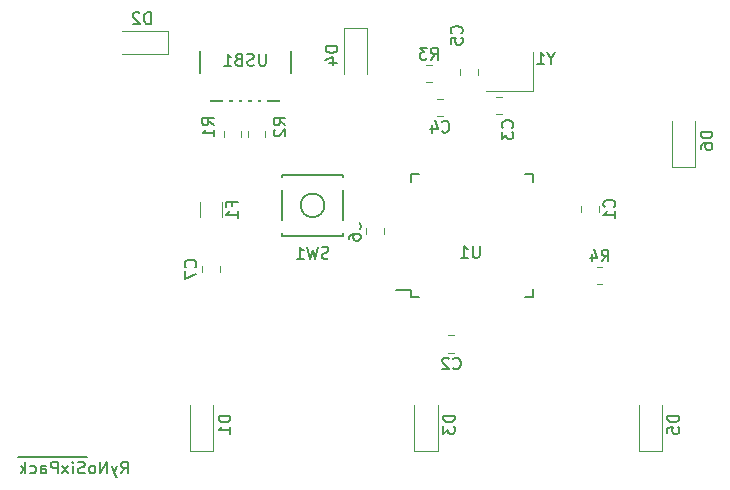
<source format=gbo>
G04 #@! TF.GenerationSoftware,KiCad,Pcbnew,5.1.12-84ad8e8a86~92~ubuntu18.04.1*
G04 #@! TF.CreationDate,2021-11-24T18:10:13-06:00*
G04 #@! TF.ProjectId,sixpack,73697870-6163-46b2-9e6b-696361645f70,rev?*
G04 #@! TF.SameCoordinates,Original*
G04 #@! TF.FileFunction,Legend,Bot*
G04 #@! TF.FilePolarity,Positive*
%FSLAX46Y46*%
G04 Gerber Fmt 4.6, Leading zero omitted, Abs format (unit mm)*
G04 Created by KiCad (PCBNEW 5.1.12-84ad8e8a86~92~ubuntu18.04.1) date 2021-11-24 18:10:13*
%MOMM*%
%LPD*%
G01*
G04 APERTURE LIST*
%ADD10C,0.150000*%
%ADD11C,0.120000*%
%ADD12C,1.750000*%
%ADD13C,2.250000*%
%ADD14C,3.987800*%
%ADD15R,1.400000X1.200000*%
%ADD16O,1.700000X2.700000*%
%ADD17R,0.500000X2.250000*%
%ADD18R,0.550000X1.500000*%
%ADD19R,1.500000X0.550000*%
%ADD20R,1.800000X1.100000*%
%ADD21R,1.200000X0.900000*%
%ADD22R,0.900000X1.200000*%
G04 APERTURE END LIST*
D10*
X82202380Y-87152380D02*
X82535714Y-86676190D01*
X82773809Y-87152380D02*
X82773809Y-86152380D01*
X82392857Y-86152380D01*
X82297619Y-86200000D01*
X82250000Y-86247619D01*
X82202380Y-86342857D01*
X82202380Y-86485714D01*
X82250000Y-86580952D01*
X82297619Y-86628571D01*
X82392857Y-86676190D01*
X82773809Y-86676190D01*
X81869047Y-86485714D02*
X81630952Y-87152380D01*
X81392857Y-86485714D02*
X81630952Y-87152380D01*
X81726190Y-87390476D01*
X81773809Y-87438095D01*
X81869047Y-87485714D01*
X81011904Y-87152380D02*
X81011904Y-86152380D01*
X80440476Y-87152380D01*
X80440476Y-86152380D01*
X79821428Y-87152380D02*
X79916666Y-87104761D01*
X79964285Y-87057142D01*
X80011904Y-86961904D01*
X80011904Y-86676190D01*
X79964285Y-86580952D01*
X79916666Y-86533333D01*
X79821428Y-86485714D01*
X79678571Y-86485714D01*
X79583333Y-86533333D01*
X79535714Y-86580952D01*
X79488095Y-86676190D01*
X79488095Y-86961904D01*
X79535714Y-87057142D01*
X79583333Y-87104761D01*
X79678571Y-87152380D01*
X79821428Y-87152380D01*
X79297619Y-85785000D02*
X78345238Y-85785000D01*
X79107142Y-87104761D02*
X78964285Y-87152380D01*
X78726190Y-87152380D01*
X78630952Y-87104761D01*
X78583333Y-87057142D01*
X78535714Y-86961904D01*
X78535714Y-86866666D01*
X78583333Y-86771428D01*
X78630952Y-86723809D01*
X78726190Y-86676190D01*
X78916666Y-86628571D01*
X79011904Y-86580952D01*
X79059523Y-86533333D01*
X79107142Y-86438095D01*
X79107142Y-86342857D01*
X79059523Y-86247619D01*
X79011904Y-86200000D01*
X78916666Y-86152380D01*
X78678571Y-86152380D01*
X78535714Y-86200000D01*
X78345238Y-85785000D02*
X77869047Y-85785000D01*
X78107142Y-87152380D02*
X78107142Y-86485714D01*
X78107142Y-86152380D02*
X78154761Y-86200000D01*
X78107142Y-86247619D01*
X78059523Y-86200000D01*
X78107142Y-86152380D01*
X78107142Y-86247619D01*
X77869047Y-85785000D02*
X77059523Y-85785000D01*
X77726190Y-87152380D02*
X77202380Y-86485714D01*
X77726190Y-86485714D02*
X77202380Y-87152380D01*
X77059523Y-85785000D02*
X76059523Y-85785000D01*
X76821428Y-87152380D02*
X76821428Y-86152380D01*
X76440476Y-86152380D01*
X76345238Y-86200000D01*
X76297619Y-86247619D01*
X76250000Y-86342857D01*
X76250000Y-86485714D01*
X76297619Y-86580952D01*
X76345238Y-86628571D01*
X76440476Y-86676190D01*
X76821428Y-86676190D01*
X76059523Y-85785000D02*
X75154761Y-85785000D01*
X75392857Y-87152380D02*
X75392857Y-86628571D01*
X75440476Y-86533333D01*
X75535714Y-86485714D01*
X75726190Y-86485714D01*
X75821428Y-86533333D01*
X75392857Y-87104761D02*
X75488095Y-87152380D01*
X75726190Y-87152380D01*
X75821428Y-87104761D01*
X75869047Y-87009523D01*
X75869047Y-86914285D01*
X75821428Y-86819047D01*
X75726190Y-86771428D01*
X75488095Y-86771428D01*
X75392857Y-86723809D01*
X75154761Y-85785000D02*
X74297619Y-85785000D01*
X74488095Y-87104761D02*
X74583333Y-87152380D01*
X74773809Y-87152380D01*
X74869047Y-87104761D01*
X74916666Y-87057142D01*
X74964285Y-86961904D01*
X74964285Y-86676190D01*
X74916666Y-86580952D01*
X74869047Y-86533333D01*
X74773809Y-86485714D01*
X74583333Y-86485714D01*
X74488095Y-86533333D01*
X74297619Y-85785000D02*
X73488095Y-85785000D01*
X74059523Y-87152380D02*
X74059523Y-86152380D01*
X73964285Y-86771428D02*
X73678571Y-87152380D01*
X73678571Y-86485714D02*
X74059523Y-86866666D01*
D11*
G04 #@! TO.C,Y1*
X117100000Y-54800000D02*
X113100000Y-54800000D01*
X117100000Y-51500000D02*
X117100000Y-54800000D01*
D10*
G04 #@! TO.C,USB1*
X88860000Y-50140000D02*
X88860000Y-55590000D01*
X96560000Y-50140000D02*
X96560000Y-55590000D01*
X88860000Y-55590000D02*
X96560000Y-55590000D01*
G04 #@! TO.C,U1*
X106753000Y-71600000D02*
X105478000Y-71600000D01*
X117103000Y-72175000D02*
X116428000Y-72175000D01*
X117103000Y-61825000D02*
X116428000Y-61825000D01*
X106753000Y-61825000D02*
X107428000Y-61825000D01*
X106753000Y-72175000D02*
X107428000Y-72175000D01*
X106753000Y-61825000D02*
X106753000Y-62500000D01*
X117103000Y-61825000D02*
X117103000Y-62500000D01*
X117103000Y-72175000D02*
X117103000Y-71500000D01*
X106753000Y-72175000D02*
X106753000Y-71600000D01*
G04 #@! TO.C,SW1*
X101000000Y-61850000D02*
X95800000Y-61850000D01*
X95800000Y-61850000D02*
X95800000Y-67050000D01*
X95800000Y-67050000D02*
X101000000Y-67050000D01*
X101000000Y-67050000D02*
X101000000Y-61850000D01*
X99400000Y-64450000D02*
G75*
G03*
X99400000Y-64450000I-1000000J0D01*
G01*
D11*
G04 #@! TO.C,R4*
X122939564Y-71135000D02*
X122485436Y-71135000D01*
X122939564Y-69665000D02*
X122485436Y-69665000D01*
G04 #@! TO.C,R3*
X108477064Y-54035000D02*
X108022936Y-54035000D01*
X108477064Y-52565000D02*
X108022936Y-52565000D01*
G04 #@! TO.C,R2*
X92915000Y-58639564D02*
X92915000Y-58185436D01*
X94385000Y-58639564D02*
X94385000Y-58185436D01*
G04 #@! TO.C,R1*
X90865000Y-58639564D02*
X90865000Y-58185436D01*
X92335000Y-58639564D02*
X92335000Y-58185436D01*
G04 #@! TO.C,F1*
X88890000Y-65402064D02*
X88890000Y-64197936D01*
X90710000Y-65402064D02*
X90710000Y-64197936D01*
G04 #@! TO.C,D6*
X130800000Y-61200000D02*
X130800000Y-57300000D01*
X128800000Y-61200000D02*
X128800000Y-57300000D01*
X130800000Y-61200000D02*
X128800000Y-61200000D01*
G04 #@! TO.C,D5*
X128000000Y-85250000D02*
X128000000Y-81350000D01*
X126000000Y-85250000D02*
X126000000Y-81350000D01*
X128000000Y-85250000D02*
X126000000Y-85250000D01*
G04 #@! TO.C,D4*
X101050000Y-49450000D02*
X101050000Y-53350000D01*
X103050000Y-49450000D02*
X103050000Y-53350000D01*
X101050000Y-49450000D02*
X103050000Y-49450000D01*
G04 #@! TO.C,D3*
X109000000Y-85250000D02*
X109000000Y-81350000D01*
X107000000Y-85250000D02*
X107000000Y-81350000D01*
X109000000Y-85250000D02*
X107000000Y-85250000D01*
G04 #@! TO.C,D2*
X86200000Y-49650000D02*
X82300000Y-49650000D01*
X86200000Y-51650000D02*
X82300000Y-51650000D01*
X86200000Y-49650000D02*
X86200000Y-51650000D01*
G04 #@! TO.C,D1*
X90000000Y-85250000D02*
X90000000Y-81350000D01*
X88000000Y-85250000D02*
X88000000Y-81350000D01*
X90000000Y-85250000D02*
X88000000Y-85250000D01*
G04 #@! TO.C,C7*
X90535000Y-69588748D02*
X90535000Y-70111252D01*
X89065000Y-69588748D02*
X89065000Y-70111252D01*
G04 #@! TO.C,C6*
X104435000Y-66388748D02*
X104435000Y-66911252D01*
X102965000Y-66388748D02*
X102965000Y-66911252D01*
G04 #@! TO.C,C5*
X110915000Y-53411252D02*
X110915000Y-52888748D01*
X112385000Y-53411252D02*
X112385000Y-52888748D01*
G04 #@! TO.C,C4*
X108938748Y-55415000D02*
X109461252Y-55415000D01*
X108938748Y-56885000D02*
X109461252Y-56885000D01*
G04 #@! TO.C,C3*
X114461252Y-56735000D02*
X113938748Y-56735000D01*
X114461252Y-55265000D02*
X113938748Y-55265000D01*
G04 #@! TO.C,C2*
X109888748Y-75465000D02*
X110411252Y-75465000D01*
X109888748Y-76935000D02*
X110411252Y-76935000D01*
G04 #@! TO.C,C1*
X121165000Y-65011252D02*
X121165000Y-64488748D01*
X122635000Y-65011252D02*
X122635000Y-64488748D01*
G04 #@! TO.C,Y1*
D10*
X118626190Y-52026190D02*
X118626190Y-52502380D01*
X118959523Y-51502380D02*
X118626190Y-52026190D01*
X118292857Y-51502380D01*
X117435714Y-52502380D02*
X118007142Y-52502380D01*
X117721428Y-52502380D02*
X117721428Y-51502380D01*
X117816666Y-51645238D01*
X117911904Y-51740476D01*
X118007142Y-51788095D01*
G04 #@! TO.C,USB1*
X94448095Y-51624380D02*
X94448095Y-52433904D01*
X94400476Y-52529142D01*
X94352857Y-52576761D01*
X94257619Y-52624380D01*
X94067142Y-52624380D01*
X93971904Y-52576761D01*
X93924285Y-52529142D01*
X93876666Y-52433904D01*
X93876666Y-51624380D01*
X93448095Y-52576761D02*
X93305238Y-52624380D01*
X93067142Y-52624380D01*
X92971904Y-52576761D01*
X92924285Y-52529142D01*
X92876666Y-52433904D01*
X92876666Y-52338666D01*
X92924285Y-52243428D01*
X92971904Y-52195809D01*
X93067142Y-52148190D01*
X93257619Y-52100571D01*
X93352857Y-52052952D01*
X93400476Y-52005333D01*
X93448095Y-51910095D01*
X93448095Y-51814857D01*
X93400476Y-51719619D01*
X93352857Y-51672000D01*
X93257619Y-51624380D01*
X93019523Y-51624380D01*
X92876666Y-51672000D01*
X92114761Y-52100571D02*
X91971904Y-52148190D01*
X91924285Y-52195809D01*
X91876666Y-52291047D01*
X91876666Y-52433904D01*
X91924285Y-52529142D01*
X91971904Y-52576761D01*
X92067142Y-52624380D01*
X92448095Y-52624380D01*
X92448095Y-51624380D01*
X92114761Y-51624380D01*
X92019523Y-51672000D01*
X91971904Y-51719619D01*
X91924285Y-51814857D01*
X91924285Y-51910095D01*
X91971904Y-52005333D01*
X92019523Y-52052952D01*
X92114761Y-52100571D01*
X92448095Y-52100571D01*
X90924285Y-52624380D02*
X91495714Y-52624380D01*
X91210000Y-52624380D02*
X91210000Y-51624380D01*
X91305238Y-51767238D01*
X91400476Y-51862476D01*
X91495714Y-51910095D01*
G04 #@! TO.C,U1*
X112549904Y-67880380D02*
X112549904Y-68689904D01*
X112502285Y-68785142D01*
X112454666Y-68832761D01*
X112359428Y-68880380D01*
X112168952Y-68880380D01*
X112073714Y-68832761D01*
X112026095Y-68785142D01*
X111978476Y-68689904D01*
X111978476Y-67880380D01*
X110978476Y-68880380D02*
X111549904Y-68880380D01*
X111264190Y-68880380D02*
X111264190Y-67880380D01*
X111359428Y-68023238D01*
X111454666Y-68118476D01*
X111549904Y-68166095D01*
G04 #@! TO.C,SW1*
X99733333Y-68918761D02*
X99590476Y-68966380D01*
X99352380Y-68966380D01*
X99257142Y-68918761D01*
X99209523Y-68871142D01*
X99161904Y-68775904D01*
X99161904Y-68680666D01*
X99209523Y-68585428D01*
X99257142Y-68537809D01*
X99352380Y-68490190D01*
X99542857Y-68442571D01*
X99638095Y-68394952D01*
X99685714Y-68347333D01*
X99733333Y-68252095D01*
X99733333Y-68156857D01*
X99685714Y-68061619D01*
X99638095Y-68014000D01*
X99542857Y-67966380D01*
X99304761Y-67966380D01*
X99161904Y-68014000D01*
X98828571Y-67966380D02*
X98590476Y-68966380D01*
X98400000Y-68252095D01*
X98209523Y-68966380D01*
X97971428Y-67966380D01*
X97066666Y-68966380D02*
X97638095Y-68966380D01*
X97352380Y-68966380D02*
X97352380Y-67966380D01*
X97447619Y-68109238D01*
X97542857Y-68204476D01*
X97638095Y-68252095D01*
G04 #@! TO.C,R4*
X122879166Y-69202380D02*
X123212500Y-68726190D01*
X123450595Y-69202380D02*
X123450595Y-68202380D01*
X123069642Y-68202380D01*
X122974404Y-68250000D01*
X122926785Y-68297619D01*
X122879166Y-68392857D01*
X122879166Y-68535714D01*
X122926785Y-68630952D01*
X122974404Y-68678571D01*
X123069642Y-68726190D01*
X123450595Y-68726190D01*
X122022023Y-68535714D02*
X122022023Y-69202380D01*
X122260119Y-68154761D02*
X122498214Y-68869047D01*
X121879166Y-68869047D01*
G04 #@! TO.C,R3*
X108416666Y-52102380D02*
X108750000Y-51626190D01*
X108988095Y-52102380D02*
X108988095Y-51102380D01*
X108607142Y-51102380D01*
X108511904Y-51150000D01*
X108464285Y-51197619D01*
X108416666Y-51292857D01*
X108416666Y-51435714D01*
X108464285Y-51530952D01*
X108511904Y-51578571D01*
X108607142Y-51626190D01*
X108988095Y-51626190D01*
X108083333Y-51102380D02*
X107464285Y-51102380D01*
X107797619Y-51483333D01*
X107654761Y-51483333D01*
X107559523Y-51530952D01*
X107511904Y-51578571D01*
X107464285Y-51673809D01*
X107464285Y-51911904D01*
X107511904Y-52007142D01*
X107559523Y-52054761D01*
X107654761Y-52102380D01*
X107940476Y-52102380D01*
X108035714Y-52054761D01*
X108083333Y-52007142D01*
G04 #@! TO.C,R2*
X96102380Y-57658333D02*
X95626190Y-57325000D01*
X96102380Y-57086904D02*
X95102380Y-57086904D01*
X95102380Y-57467857D01*
X95150000Y-57563095D01*
X95197619Y-57610714D01*
X95292857Y-57658333D01*
X95435714Y-57658333D01*
X95530952Y-57610714D01*
X95578571Y-57563095D01*
X95626190Y-57467857D01*
X95626190Y-57086904D01*
X95197619Y-58039285D02*
X95150000Y-58086904D01*
X95102380Y-58182142D01*
X95102380Y-58420238D01*
X95150000Y-58515476D01*
X95197619Y-58563095D01*
X95292857Y-58610714D01*
X95388095Y-58610714D01*
X95530952Y-58563095D01*
X96102380Y-57991666D01*
X96102380Y-58610714D01*
G04 #@! TO.C,R1*
X90052380Y-57658333D02*
X89576190Y-57325000D01*
X90052380Y-57086904D02*
X89052380Y-57086904D01*
X89052380Y-57467857D01*
X89100000Y-57563095D01*
X89147619Y-57610714D01*
X89242857Y-57658333D01*
X89385714Y-57658333D01*
X89480952Y-57610714D01*
X89528571Y-57563095D01*
X89576190Y-57467857D01*
X89576190Y-57086904D01*
X90052380Y-58610714D02*
X90052380Y-58039285D01*
X90052380Y-58325000D02*
X89052380Y-58325000D01*
X89195238Y-58229761D01*
X89290476Y-58134523D01*
X89338095Y-58039285D01*
G04 #@! TO.C,F1*
X91548571Y-64466666D02*
X91548571Y-64133333D01*
X92072380Y-64133333D02*
X91072380Y-64133333D01*
X91072380Y-64609523D01*
X92072380Y-65514285D02*
X92072380Y-64942857D01*
X92072380Y-65228571D02*
X91072380Y-65228571D01*
X91215238Y-65133333D01*
X91310476Y-65038095D01*
X91358095Y-64942857D01*
G04 #@! TO.C,D6*
X132252380Y-58211904D02*
X131252380Y-58211904D01*
X131252380Y-58450000D01*
X131300000Y-58592857D01*
X131395238Y-58688095D01*
X131490476Y-58735714D01*
X131680952Y-58783333D01*
X131823809Y-58783333D01*
X132014285Y-58735714D01*
X132109523Y-58688095D01*
X132204761Y-58592857D01*
X132252380Y-58450000D01*
X132252380Y-58211904D01*
X131252380Y-59640476D02*
X131252380Y-59450000D01*
X131300000Y-59354761D01*
X131347619Y-59307142D01*
X131490476Y-59211904D01*
X131680952Y-59164285D01*
X132061904Y-59164285D01*
X132157142Y-59211904D01*
X132204761Y-59259523D01*
X132252380Y-59354761D01*
X132252380Y-59545238D01*
X132204761Y-59640476D01*
X132157142Y-59688095D01*
X132061904Y-59735714D01*
X131823809Y-59735714D01*
X131728571Y-59688095D01*
X131680952Y-59640476D01*
X131633333Y-59545238D01*
X131633333Y-59354761D01*
X131680952Y-59259523D01*
X131728571Y-59211904D01*
X131823809Y-59164285D01*
G04 #@! TO.C,D5*
X129452380Y-82261904D02*
X128452380Y-82261904D01*
X128452380Y-82500000D01*
X128500000Y-82642857D01*
X128595238Y-82738095D01*
X128690476Y-82785714D01*
X128880952Y-82833333D01*
X129023809Y-82833333D01*
X129214285Y-82785714D01*
X129309523Y-82738095D01*
X129404761Y-82642857D01*
X129452380Y-82500000D01*
X129452380Y-82261904D01*
X128452380Y-83738095D02*
X128452380Y-83261904D01*
X128928571Y-83214285D01*
X128880952Y-83261904D01*
X128833333Y-83357142D01*
X128833333Y-83595238D01*
X128880952Y-83690476D01*
X128928571Y-83738095D01*
X129023809Y-83785714D01*
X129261904Y-83785714D01*
X129357142Y-83738095D01*
X129404761Y-83690476D01*
X129452380Y-83595238D01*
X129452380Y-83357142D01*
X129404761Y-83261904D01*
X129357142Y-83214285D01*
G04 #@! TO.C,D4*
X100502380Y-50961904D02*
X99502380Y-50961904D01*
X99502380Y-51200000D01*
X99550000Y-51342857D01*
X99645238Y-51438095D01*
X99740476Y-51485714D01*
X99930952Y-51533333D01*
X100073809Y-51533333D01*
X100264285Y-51485714D01*
X100359523Y-51438095D01*
X100454761Y-51342857D01*
X100502380Y-51200000D01*
X100502380Y-50961904D01*
X99835714Y-52390476D02*
X100502380Y-52390476D01*
X99454761Y-52152380D02*
X100169047Y-51914285D01*
X100169047Y-52533333D01*
G04 #@! TO.C,D3*
X110452380Y-82261904D02*
X109452380Y-82261904D01*
X109452380Y-82500000D01*
X109500000Y-82642857D01*
X109595238Y-82738095D01*
X109690476Y-82785714D01*
X109880952Y-82833333D01*
X110023809Y-82833333D01*
X110214285Y-82785714D01*
X110309523Y-82738095D01*
X110404761Y-82642857D01*
X110452380Y-82500000D01*
X110452380Y-82261904D01*
X109452380Y-83166666D02*
X109452380Y-83785714D01*
X109833333Y-83452380D01*
X109833333Y-83595238D01*
X109880952Y-83690476D01*
X109928571Y-83738095D01*
X110023809Y-83785714D01*
X110261904Y-83785714D01*
X110357142Y-83738095D01*
X110404761Y-83690476D01*
X110452380Y-83595238D01*
X110452380Y-83309523D01*
X110404761Y-83214285D01*
X110357142Y-83166666D01*
G04 #@! TO.C,D2*
X84688095Y-49102380D02*
X84688095Y-48102380D01*
X84450000Y-48102380D01*
X84307142Y-48150000D01*
X84211904Y-48245238D01*
X84164285Y-48340476D01*
X84116666Y-48530952D01*
X84116666Y-48673809D01*
X84164285Y-48864285D01*
X84211904Y-48959523D01*
X84307142Y-49054761D01*
X84450000Y-49102380D01*
X84688095Y-49102380D01*
X83735714Y-48197619D02*
X83688095Y-48150000D01*
X83592857Y-48102380D01*
X83354761Y-48102380D01*
X83259523Y-48150000D01*
X83211904Y-48197619D01*
X83164285Y-48292857D01*
X83164285Y-48388095D01*
X83211904Y-48530952D01*
X83783333Y-49102380D01*
X83164285Y-49102380D01*
G04 #@! TO.C,D1*
X91452380Y-82261904D02*
X90452380Y-82261904D01*
X90452380Y-82500000D01*
X90500000Y-82642857D01*
X90595238Y-82738095D01*
X90690476Y-82785714D01*
X90880952Y-82833333D01*
X91023809Y-82833333D01*
X91214285Y-82785714D01*
X91309523Y-82738095D01*
X91404761Y-82642857D01*
X91452380Y-82500000D01*
X91452380Y-82261904D01*
X91452380Y-83785714D02*
X91452380Y-83214285D01*
X91452380Y-83500000D02*
X90452380Y-83500000D01*
X90595238Y-83404761D01*
X90690476Y-83309523D01*
X90738095Y-83214285D01*
G04 #@! TO.C,C7*
X88477142Y-69683333D02*
X88524761Y-69635714D01*
X88572380Y-69492857D01*
X88572380Y-69397619D01*
X88524761Y-69254761D01*
X88429523Y-69159523D01*
X88334285Y-69111904D01*
X88143809Y-69064285D01*
X88000952Y-69064285D01*
X87810476Y-69111904D01*
X87715238Y-69159523D01*
X87620000Y-69254761D01*
X87572380Y-69397619D01*
X87572380Y-69492857D01*
X87620000Y-69635714D01*
X87667619Y-69683333D01*
X87572380Y-70016666D02*
X87572380Y-70683333D01*
X88572380Y-70254761D01*
G04 #@! TO.C,C6*
X102377142Y-66483333D02*
X102424761Y-66435714D01*
X102472380Y-66292857D01*
X102472380Y-66197619D01*
X102424761Y-66054761D01*
X102329523Y-65959523D01*
X102234285Y-65911904D01*
X102043809Y-65864285D01*
X101900952Y-65864285D01*
X101710476Y-65911904D01*
X101615238Y-65959523D01*
X101520000Y-66054761D01*
X101472380Y-66197619D01*
X101472380Y-66292857D01*
X101520000Y-66435714D01*
X101567619Y-66483333D01*
X101472380Y-67340476D02*
X101472380Y-67150000D01*
X101520000Y-67054761D01*
X101567619Y-67007142D01*
X101710476Y-66911904D01*
X101900952Y-66864285D01*
X102281904Y-66864285D01*
X102377142Y-66911904D01*
X102424761Y-66959523D01*
X102472380Y-67054761D01*
X102472380Y-67245238D01*
X102424761Y-67340476D01*
X102377142Y-67388095D01*
X102281904Y-67435714D01*
X102043809Y-67435714D01*
X101948571Y-67388095D01*
X101900952Y-67340476D01*
X101853333Y-67245238D01*
X101853333Y-67054761D01*
X101900952Y-66959523D01*
X101948571Y-66911904D01*
X102043809Y-66864285D01*
G04 #@! TO.C,C5*
X111007142Y-49883333D02*
X111054761Y-49835714D01*
X111102380Y-49692857D01*
X111102380Y-49597619D01*
X111054761Y-49454761D01*
X110959523Y-49359523D01*
X110864285Y-49311904D01*
X110673809Y-49264285D01*
X110530952Y-49264285D01*
X110340476Y-49311904D01*
X110245238Y-49359523D01*
X110150000Y-49454761D01*
X110102380Y-49597619D01*
X110102380Y-49692857D01*
X110150000Y-49835714D01*
X110197619Y-49883333D01*
X110102380Y-50788095D02*
X110102380Y-50311904D01*
X110578571Y-50264285D01*
X110530952Y-50311904D01*
X110483333Y-50407142D01*
X110483333Y-50645238D01*
X110530952Y-50740476D01*
X110578571Y-50788095D01*
X110673809Y-50835714D01*
X110911904Y-50835714D01*
X111007142Y-50788095D01*
X111054761Y-50740476D01*
X111102380Y-50645238D01*
X111102380Y-50407142D01*
X111054761Y-50311904D01*
X111007142Y-50264285D01*
G04 #@! TO.C,C4*
X109366666Y-58187142D02*
X109414285Y-58234761D01*
X109557142Y-58282380D01*
X109652380Y-58282380D01*
X109795238Y-58234761D01*
X109890476Y-58139523D01*
X109938095Y-58044285D01*
X109985714Y-57853809D01*
X109985714Y-57710952D01*
X109938095Y-57520476D01*
X109890476Y-57425238D01*
X109795238Y-57330000D01*
X109652380Y-57282380D01*
X109557142Y-57282380D01*
X109414285Y-57330000D01*
X109366666Y-57377619D01*
X108509523Y-57615714D02*
X108509523Y-58282380D01*
X108747619Y-57234761D02*
X108985714Y-57949047D01*
X108366666Y-57949047D01*
G04 #@! TO.C,C3*
X115307142Y-57883333D02*
X115354761Y-57835714D01*
X115402380Y-57692857D01*
X115402380Y-57597619D01*
X115354761Y-57454761D01*
X115259523Y-57359523D01*
X115164285Y-57311904D01*
X114973809Y-57264285D01*
X114830952Y-57264285D01*
X114640476Y-57311904D01*
X114545238Y-57359523D01*
X114450000Y-57454761D01*
X114402380Y-57597619D01*
X114402380Y-57692857D01*
X114450000Y-57835714D01*
X114497619Y-57883333D01*
X114402380Y-58216666D02*
X114402380Y-58835714D01*
X114783333Y-58502380D01*
X114783333Y-58645238D01*
X114830952Y-58740476D01*
X114878571Y-58788095D01*
X114973809Y-58835714D01*
X115211904Y-58835714D01*
X115307142Y-58788095D01*
X115354761Y-58740476D01*
X115402380Y-58645238D01*
X115402380Y-58359523D01*
X115354761Y-58264285D01*
X115307142Y-58216666D01*
G04 #@! TO.C,C2*
X110316666Y-78237142D02*
X110364285Y-78284761D01*
X110507142Y-78332380D01*
X110602380Y-78332380D01*
X110745238Y-78284761D01*
X110840476Y-78189523D01*
X110888095Y-78094285D01*
X110935714Y-77903809D01*
X110935714Y-77760952D01*
X110888095Y-77570476D01*
X110840476Y-77475238D01*
X110745238Y-77380000D01*
X110602380Y-77332380D01*
X110507142Y-77332380D01*
X110364285Y-77380000D01*
X110316666Y-77427619D01*
X109935714Y-77427619D02*
X109888095Y-77380000D01*
X109792857Y-77332380D01*
X109554761Y-77332380D01*
X109459523Y-77380000D01*
X109411904Y-77427619D01*
X109364285Y-77522857D01*
X109364285Y-77618095D01*
X109411904Y-77760952D01*
X109983333Y-78332380D01*
X109364285Y-78332380D01*
G04 #@! TO.C,C1*
X123937142Y-64583333D02*
X123984761Y-64535714D01*
X124032380Y-64392857D01*
X124032380Y-64297619D01*
X123984761Y-64154761D01*
X123889523Y-64059523D01*
X123794285Y-64011904D01*
X123603809Y-63964285D01*
X123460952Y-63964285D01*
X123270476Y-64011904D01*
X123175238Y-64059523D01*
X123080000Y-64154761D01*
X123032380Y-64297619D01*
X123032380Y-64392857D01*
X123080000Y-64535714D01*
X123127619Y-64583333D01*
X124032380Y-65535714D02*
X124032380Y-64964285D01*
X124032380Y-65250000D02*
X123032380Y-65250000D01*
X123175238Y-65154761D01*
X123270476Y-65059523D01*
X123318095Y-64964285D01*
G04 #@! TD*
%LPC*%
D12*
G04 #@! TO.C,MX4*
X107460000Y-58930000D03*
X97300000Y-58930000D03*
D13*
X99880000Y-54930000D03*
D14*
X102380000Y-58930000D03*
G36*
G01*
X97818688Y-57227350D02*
X97818683Y-57227345D01*
G75*
G02*
X97732655Y-55638683I751317J837345D01*
G01*
X99042657Y-54178683D01*
G75*
G02*
X100631319Y-54092655I837345J-751317D01*
G01*
X100631319Y-54092655D01*
G75*
G02*
X100717347Y-55681317I-751317J-837345D01*
G01*
X99407345Y-57141317D01*
G75*
G02*
X97818683Y-57227345I-837345J751317D01*
G01*
G37*
D13*
X104920000Y-53850000D03*
G36*
G01*
X104803483Y-55552395D02*
X104802597Y-55552334D01*
G75*
G02*
X103757666Y-54352597I77403J1122334D01*
G01*
X103797666Y-53772597D01*
G75*
G02*
X104997403Y-52727666I1122334J-77403D01*
G01*
X104997403Y-52727666D01*
G75*
G02*
X106042334Y-53927403I-77403J-1122334D01*
G01*
X106002334Y-54507403D01*
G75*
G02*
X104802597Y-55552334I-1122334J77403D01*
G01*
G37*
G04 #@! TD*
D12*
G04 #@! TO.C,MX2*
X88423750Y-59000000D03*
X78263750Y-59000000D03*
D13*
X80843750Y-55000000D03*
D14*
X83343750Y-59000000D03*
G36*
G01*
X78782438Y-57297350D02*
X78782433Y-57297345D01*
G75*
G02*
X78696405Y-55708683I751317J837345D01*
G01*
X80006407Y-54248683D01*
G75*
G02*
X81595069Y-54162655I837345J-751317D01*
G01*
X81595069Y-54162655D01*
G75*
G02*
X81681097Y-55751317I-751317J-837345D01*
G01*
X80371095Y-57211317D01*
G75*
G02*
X78782433Y-57297345I-837345J751317D01*
G01*
G37*
D13*
X85883750Y-53920000D03*
G36*
G01*
X85767233Y-55622395D02*
X85766347Y-55622334D01*
G75*
G02*
X84721416Y-54422597I77403J1122334D01*
G01*
X84761416Y-53842597D01*
G75*
G02*
X85961153Y-52797666I1122334J-77403D01*
G01*
X85961153Y-52797666D01*
G75*
G02*
X87006084Y-53997403I-77403J-1122334D01*
G01*
X86966084Y-54577403D01*
G75*
G02*
X85766347Y-55622334I-1122334J77403D01*
G01*
G37*
G04 #@! TD*
D15*
G04 #@! TO.C,Y1*
X116200000Y-52300000D03*
X114000000Y-52300000D03*
X114000000Y-54000000D03*
X116200000Y-54000000D03*
G04 #@! TD*
D16*
G04 #@! TO.C,USB1*
X89060000Y-50140000D03*
X96360000Y-50140000D03*
X96360000Y-54640000D03*
X89060000Y-54640000D03*
D17*
X91110000Y-54640000D03*
X91910000Y-54640000D03*
X92710000Y-54640000D03*
X93510000Y-54640000D03*
X94310000Y-54640000D03*
G04 #@! TD*
D18*
G04 #@! TO.C,U1*
X107928000Y-72700000D03*
X108728000Y-72700000D03*
X109528000Y-72700000D03*
X110328000Y-72700000D03*
X111128000Y-72700000D03*
X111928000Y-72700000D03*
X112728000Y-72700000D03*
X113528000Y-72700000D03*
X114328000Y-72700000D03*
X115128000Y-72700000D03*
X115928000Y-72700000D03*
D19*
X117628000Y-71000000D03*
X117628000Y-70200000D03*
X117628000Y-69400000D03*
X117628000Y-68600000D03*
X117628000Y-67800000D03*
X117628000Y-67000000D03*
X117628000Y-66200000D03*
X117628000Y-65400000D03*
X117628000Y-64600000D03*
X117628000Y-63800000D03*
X117628000Y-63000000D03*
D18*
X115928000Y-61300000D03*
X115128000Y-61300000D03*
X114328000Y-61300000D03*
X113528000Y-61300000D03*
X112728000Y-61300000D03*
X111928000Y-61300000D03*
X111128000Y-61300000D03*
X110328000Y-61300000D03*
X109528000Y-61300000D03*
X108728000Y-61300000D03*
X107928000Y-61300000D03*
D19*
X106228000Y-63000000D03*
X106228000Y-63800000D03*
X106228000Y-64600000D03*
X106228000Y-65400000D03*
X106228000Y-66200000D03*
X106228000Y-67000000D03*
X106228000Y-67800000D03*
X106228000Y-68600000D03*
X106228000Y-69400000D03*
X106228000Y-70200000D03*
X106228000Y-71000000D03*
G04 #@! TD*
D20*
G04 #@! TO.C,SW1*
X101500000Y-66300000D03*
X95300000Y-62600000D03*
X101500000Y-62600000D03*
X95300000Y-66300000D03*
G04 #@! TD*
G04 #@! TO.C,R4*
G36*
G01*
X122312500Y-69949999D02*
X122312500Y-70850001D01*
G75*
G02*
X122062501Y-71100000I-249999J0D01*
G01*
X121537499Y-71100000D01*
G75*
G02*
X121287500Y-70850001I0J249999D01*
G01*
X121287500Y-69949999D01*
G75*
G02*
X121537499Y-69700000I249999J0D01*
G01*
X122062501Y-69700000D01*
G75*
G02*
X122312500Y-69949999I0J-249999D01*
G01*
G37*
G36*
G01*
X124137500Y-69949999D02*
X124137500Y-70850001D01*
G75*
G02*
X123887501Y-71100000I-249999J0D01*
G01*
X123362499Y-71100000D01*
G75*
G02*
X123112500Y-70850001I0J249999D01*
G01*
X123112500Y-69949999D01*
G75*
G02*
X123362499Y-69700000I249999J0D01*
G01*
X123887501Y-69700000D01*
G75*
G02*
X124137500Y-69949999I0J-249999D01*
G01*
G37*
G04 #@! TD*
G04 #@! TO.C,R3*
G36*
G01*
X107850000Y-52849999D02*
X107850000Y-53750001D01*
G75*
G02*
X107600001Y-54000000I-249999J0D01*
G01*
X107074999Y-54000000D01*
G75*
G02*
X106825000Y-53750001I0J249999D01*
G01*
X106825000Y-52849999D01*
G75*
G02*
X107074999Y-52600000I249999J0D01*
G01*
X107600001Y-52600000D01*
G75*
G02*
X107850000Y-52849999I0J-249999D01*
G01*
G37*
G36*
G01*
X109675000Y-52849999D02*
X109675000Y-53750001D01*
G75*
G02*
X109425001Y-54000000I-249999J0D01*
G01*
X108899999Y-54000000D01*
G75*
G02*
X108650000Y-53750001I0J249999D01*
G01*
X108650000Y-52849999D01*
G75*
G02*
X108899999Y-52600000I249999J0D01*
G01*
X109425001Y-52600000D01*
G75*
G02*
X109675000Y-52849999I0J-249999D01*
G01*
G37*
G04 #@! TD*
G04 #@! TO.C,R2*
G36*
G01*
X94100001Y-58012500D02*
X93199999Y-58012500D01*
G75*
G02*
X92950000Y-57762501I0J249999D01*
G01*
X92950000Y-57237499D01*
G75*
G02*
X93199999Y-56987500I249999J0D01*
G01*
X94100001Y-56987500D01*
G75*
G02*
X94350000Y-57237499I0J-249999D01*
G01*
X94350000Y-57762501D01*
G75*
G02*
X94100001Y-58012500I-249999J0D01*
G01*
G37*
G36*
G01*
X94100001Y-59837500D02*
X93199999Y-59837500D01*
G75*
G02*
X92950000Y-59587501I0J249999D01*
G01*
X92950000Y-59062499D01*
G75*
G02*
X93199999Y-58812500I249999J0D01*
G01*
X94100001Y-58812500D01*
G75*
G02*
X94350000Y-59062499I0J-249999D01*
G01*
X94350000Y-59587501D01*
G75*
G02*
X94100001Y-59837500I-249999J0D01*
G01*
G37*
G04 #@! TD*
G04 #@! TO.C,R1*
G36*
G01*
X92050001Y-58012500D02*
X91149999Y-58012500D01*
G75*
G02*
X90900000Y-57762501I0J249999D01*
G01*
X90900000Y-57237499D01*
G75*
G02*
X91149999Y-56987500I249999J0D01*
G01*
X92050001Y-56987500D01*
G75*
G02*
X92300000Y-57237499I0J-249999D01*
G01*
X92300000Y-57762501D01*
G75*
G02*
X92050001Y-58012500I-249999J0D01*
G01*
G37*
G36*
G01*
X92050001Y-59837500D02*
X91149999Y-59837500D01*
G75*
G02*
X90900000Y-59587501I0J249999D01*
G01*
X90900000Y-59062499D01*
G75*
G02*
X91149999Y-58812500I249999J0D01*
G01*
X92050001Y-58812500D01*
G75*
G02*
X92300000Y-59062499I0J-249999D01*
G01*
X92300000Y-59587501D01*
G75*
G02*
X92050001Y-59837500I-249999J0D01*
G01*
G37*
G04 #@! TD*
D12*
G04 #@! TO.C,MX6*
X126500000Y-58930000D03*
X116340000Y-58930000D03*
D13*
X118920000Y-54930000D03*
D14*
X121420000Y-58930000D03*
G36*
G01*
X116858688Y-57227350D02*
X116858683Y-57227345D01*
G75*
G02*
X116772655Y-55638683I751317J837345D01*
G01*
X118082657Y-54178683D01*
G75*
G02*
X119671319Y-54092655I837345J-751317D01*
G01*
X119671319Y-54092655D01*
G75*
G02*
X119757347Y-55681317I-751317J-837345D01*
G01*
X118447345Y-57141317D01*
G75*
G02*
X116858683Y-57227345I-837345J751317D01*
G01*
G37*
D13*
X123960000Y-53850000D03*
G36*
G01*
X123843483Y-55552395D02*
X123842597Y-55552334D01*
G75*
G02*
X122797666Y-54352597I77403J1122334D01*
G01*
X122837666Y-53772597D01*
G75*
G02*
X124037403Y-52727666I1122334J-77403D01*
G01*
X124037403Y-52727666D01*
G75*
G02*
X125082334Y-53927403I-77403J-1122334D01*
G01*
X125042334Y-54507403D01*
G75*
G02*
X123842597Y-55552334I-1122334J77403D01*
G01*
G37*
G04 #@! TD*
D12*
G04 #@! TO.C,MX5*
X126520000Y-78010000D03*
X116360000Y-78010000D03*
D13*
X118940000Y-74010000D03*
D14*
X121440000Y-78010000D03*
G36*
G01*
X116878688Y-76307350D02*
X116878683Y-76307345D01*
G75*
G02*
X116792655Y-74718683I751317J837345D01*
G01*
X118102657Y-73258683D01*
G75*
G02*
X119691319Y-73172655I837345J-751317D01*
G01*
X119691319Y-73172655D01*
G75*
G02*
X119777347Y-74761317I-751317J-837345D01*
G01*
X118467345Y-76221317D01*
G75*
G02*
X116878683Y-76307345I-837345J751317D01*
G01*
G37*
D13*
X123980000Y-72930000D03*
G36*
G01*
X123863483Y-74632395D02*
X123862597Y-74632334D01*
G75*
G02*
X122817666Y-73432597I77403J1122334D01*
G01*
X122857666Y-72852597D01*
G75*
G02*
X124057403Y-71807666I1122334J-77403D01*
G01*
X124057403Y-71807666D01*
G75*
G02*
X125102334Y-73007403I-77403J-1122334D01*
G01*
X125062334Y-73587403D01*
G75*
G02*
X123862597Y-74632334I-1122334J77403D01*
G01*
G37*
G04 #@! TD*
D12*
G04 #@! TO.C,MX3*
X107480000Y-78030000D03*
X97320000Y-78030000D03*
D13*
X99900000Y-74030000D03*
D14*
X102400000Y-78030000D03*
G36*
G01*
X97838688Y-76327350D02*
X97838683Y-76327345D01*
G75*
G02*
X97752655Y-74738683I751317J837345D01*
G01*
X99062657Y-73278683D01*
G75*
G02*
X100651319Y-73192655I837345J-751317D01*
G01*
X100651319Y-73192655D01*
G75*
G02*
X100737347Y-74781317I-751317J-837345D01*
G01*
X99427345Y-76241317D01*
G75*
G02*
X97838683Y-76327345I-837345J751317D01*
G01*
G37*
D13*
X104940000Y-72950000D03*
G36*
G01*
X104823483Y-74652395D02*
X104822597Y-74652334D01*
G75*
G02*
X103777666Y-73452597I77403J1122334D01*
G01*
X103817666Y-72872597D01*
G75*
G02*
X105017403Y-71827666I1122334J-77403D01*
G01*
X105017403Y-71827666D01*
G75*
G02*
X106062334Y-73027403I-77403J-1122334D01*
G01*
X106022334Y-73607403D01*
G75*
G02*
X104822597Y-74652334I-1122334J77403D01*
G01*
G37*
G04 #@! TD*
D12*
G04 #@! TO.C,MX1*
X88423750Y-78020000D03*
X78263750Y-78020000D03*
D13*
X80843750Y-74020000D03*
D14*
X83343750Y-78020000D03*
G36*
G01*
X78782438Y-76317350D02*
X78782433Y-76317345D01*
G75*
G02*
X78696405Y-74728683I751317J837345D01*
G01*
X80006407Y-73268683D01*
G75*
G02*
X81595069Y-73182655I837345J-751317D01*
G01*
X81595069Y-73182655D01*
G75*
G02*
X81681097Y-74771317I-751317J-837345D01*
G01*
X80371095Y-76231317D01*
G75*
G02*
X78782433Y-76317345I-837345J751317D01*
G01*
G37*
D13*
X85883750Y-72940000D03*
G36*
G01*
X85767233Y-74642395D02*
X85766347Y-74642334D01*
G75*
G02*
X84721416Y-73442597I77403J1122334D01*
G01*
X84761416Y-72862597D01*
G75*
G02*
X85961153Y-71817666I1122334J-77403D01*
G01*
X85961153Y-71817666D01*
G75*
G02*
X87006084Y-73017403I-77403J-1122334D01*
G01*
X86966084Y-73597403D01*
G75*
G02*
X85766347Y-74642334I-1122334J77403D01*
G01*
G37*
G04 #@! TD*
G04 #@! TO.C,F1*
G36*
G01*
X90425000Y-64025000D02*
X89175000Y-64025000D01*
G75*
G02*
X88925000Y-63775000I0J250000D01*
G01*
X88925000Y-63025000D01*
G75*
G02*
X89175000Y-62775000I250000J0D01*
G01*
X90425000Y-62775000D01*
G75*
G02*
X90675000Y-63025000I0J-250000D01*
G01*
X90675000Y-63775000D01*
G75*
G02*
X90425000Y-64025000I-250000J0D01*
G01*
G37*
G36*
G01*
X90425000Y-66825000D02*
X89175000Y-66825000D01*
G75*
G02*
X88925000Y-66575000I0J250000D01*
G01*
X88925000Y-65825000D01*
G75*
G02*
X89175000Y-65575000I250000J0D01*
G01*
X90425000Y-65575000D01*
G75*
G02*
X90675000Y-65825000I0J-250000D01*
G01*
X90675000Y-66575000D01*
G75*
G02*
X90425000Y-66825000I-250000J0D01*
G01*
G37*
G04 #@! TD*
D21*
G04 #@! TO.C,D6*
X129800000Y-57300000D03*
X129800000Y-60600000D03*
G04 #@! TD*
G04 #@! TO.C,D5*
X127000000Y-81350000D03*
X127000000Y-84650000D03*
G04 #@! TD*
G04 #@! TO.C,D4*
X102050000Y-53350000D03*
X102050000Y-50050000D03*
G04 #@! TD*
G04 #@! TO.C,D3*
X108000000Y-81350000D03*
X108000000Y-84650000D03*
G04 #@! TD*
D22*
G04 #@! TO.C,D2*
X82300000Y-50650000D03*
X85600000Y-50650000D03*
G04 #@! TD*
D21*
G04 #@! TO.C,D1*
X89000000Y-81350000D03*
X89000000Y-84650000D03*
G04 #@! TD*
G04 #@! TO.C,C7*
G36*
G01*
X89325000Y-70300000D02*
X90275000Y-70300000D01*
G75*
G02*
X90525000Y-70550000I0J-250000D01*
G01*
X90525000Y-71050000D01*
G75*
G02*
X90275000Y-71300000I-250000J0D01*
G01*
X89325000Y-71300000D01*
G75*
G02*
X89075000Y-71050000I0J250000D01*
G01*
X89075000Y-70550000D01*
G75*
G02*
X89325000Y-70300000I250000J0D01*
G01*
G37*
G36*
G01*
X89325000Y-68400000D02*
X90275000Y-68400000D01*
G75*
G02*
X90525000Y-68650000I0J-250000D01*
G01*
X90525000Y-69150000D01*
G75*
G02*
X90275000Y-69400000I-250000J0D01*
G01*
X89325000Y-69400000D01*
G75*
G02*
X89075000Y-69150000I0J250000D01*
G01*
X89075000Y-68650000D01*
G75*
G02*
X89325000Y-68400000I250000J0D01*
G01*
G37*
G04 #@! TD*
G04 #@! TO.C,C6*
G36*
G01*
X103225000Y-67100000D02*
X104175000Y-67100000D01*
G75*
G02*
X104425000Y-67350000I0J-250000D01*
G01*
X104425000Y-67850000D01*
G75*
G02*
X104175000Y-68100000I-250000J0D01*
G01*
X103225000Y-68100000D01*
G75*
G02*
X102975000Y-67850000I0J250000D01*
G01*
X102975000Y-67350000D01*
G75*
G02*
X103225000Y-67100000I250000J0D01*
G01*
G37*
G36*
G01*
X103225000Y-65200000D02*
X104175000Y-65200000D01*
G75*
G02*
X104425000Y-65450000I0J-250000D01*
G01*
X104425000Y-65950000D01*
G75*
G02*
X104175000Y-66200000I-250000J0D01*
G01*
X103225000Y-66200000D01*
G75*
G02*
X102975000Y-65950000I0J250000D01*
G01*
X102975000Y-65450000D01*
G75*
G02*
X103225000Y-65200000I250000J0D01*
G01*
G37*
G04 #@! TD*
G04 #@! TO.C,C5*
G36*
G01*
X112125000Y-52700000D02*
X111175000Y-52700000D01*
G75*
G02*
X110925000Y-52450000I0J250000D01*
G01*
X110925000Y-51950000D01*
G75*
G02*
X111175000Y-51700000I250000J0D01*
G01*
X112125000Y-51700000D01*
G75*
G02*
X112375000Y-51950000I0J-250000D01*
G01*
X112375000Y-52450000D01*
G75*
G02*
X112125000Y-52700000I-250000J0D01*
G01*
G37*
G36*
G01*
X112125000Y-54600000D02*
X111175000Y-54600000D01*
G75*
G02*
X110925000Y-54350000I0J250000D01*
G01*
X110925000Y-53850000D01*
G75*
G02*
X111175000Y-53600000I250000J0D01*
G01*
X112125000Y-53600000D01*
G75*
G02*
X112375000Y-53850000I0J-250000D01*
G01*
X112375000Y-54350000D01*
G75*
G02*
X112125000Y-54600000I-250000J0D01*
G01*
G37*
G04 #@! TD*
G04 #@! TO.C,C4*
G36*
G01*
X109650000Y-56625000D02*
X109650000Y-55675000D01*
G75*
G02*
X109900000Y-55425000I250000J0D01*
G01*
X110400000Y-55425000D01*
G75*
G02*
X110650000Y-55675000I0J-250000D01*
G01*
X110650000Y-56625000D01*
G75*
G02*
X110400000Y-56875000I-250000J0D01*
G01*
X109900000Y-56875000D01*
G75*
G02*
X109650000Y-56625000I0J250000D01*
G01*
G37*
G36*
G01*
X107750000Y-56625000D02*
X107750000Y-55675000D01*
G75*
G02*
X108000000Y-55425000I250000J0D01*
G01*
X108500000Y-55425000D01*
G75*
G02*
X108750000Y-55675000I0J-250000D01*
G01*
X108750000Y-56625000D01*
G75*
G02*
X108500000Y-56875000I-250000J0D01*
G01*
X108000000Y-56875000D01*
G75*
G02*
X107750000Y-56625000I0J250000D01*
G01*
G37*
G04 #@! TD*
G04 #@! TO.C,C3*
G36*
G01*
X113750000Y-55525000D02*
X113750000Y-56475000D01*
G75*
G02*
X113500000Y-56725000I-250000J0D01*
G01*
X113000000Y-56725000D01*
G75*
G02*
X112750000Y-56475000I0J250000D01*
G01*
X112750000Y-55525000D01*
G75*
G02*
X113000000Y-55275000I250000J0D01*
G01*
X113500000Y-55275000D01*
G75*
G02*
X113750000Y-55525000I0J-250000D01*
G01*
G37*
G36*
G01*
X115650000Y-55525000D02*
X115650000Y-56475000D01*
G75*
G02*
X115400000Y-56725000I-250000J0D01*
G01*
X114900000Y-56725000D01*
G75*
G02*
X114650000Y-56475000I0J250000D01*
G01*
X114650000Y-55525000D01*
G75*
G02*
X114900000Y-55275000I250000J0D01*
G01*
X115400000Y-55275000D01*
G75*
G02*
X115650000Y-55525000I0J-250000D01*
G01*
G37*
G04 #@! TD*
G04 #@! TO.C,C2*
G36*
G01*
X110600000Y-76675000D02*
X110600000Y-75725000D01*
G75*
G02*
X110850000Y-75475000I250000J0D01*
G01*
X111350000Y-75475000D01*
G75*
G02*
X111600000Y-75725000I0J-250000D01*
G01*
X111600000Y-76675000D01*
G75*
G02*
X111350000Y-76925000I-250000J0D01*
G01*
X110850000Y-76925000D01*
G75*
G02*
X110600000Y-76675000I0J250000D01*
G01*
G37*
G36*
G01*
X108700000Y-76675000D02*
X108700000Y-75725000D01*
G75*
G02*
X108950000Y-75475000I250000J0D01*
G01*
X109450000Y-75475000D01*
G75*
G02*
X109700000Y-75725000I0J-250000D01*
G01*
X109700000Y-76675000D01*
G75*
G02*
X109450000Y-76925000I-250000J0D01*
G01*
X108950000Y-76925000D01*
G75*
G02*
X108700000Y-76675000I0J250000D01*
G01*
G37*
G04 #@! TD*
G04 #@! TO.C,C1*
G36*
G01*
X122375000Y-64300000D02*
X121425000Y-64300000D01*
G75*
G02*
X121175000Y-64050000I0J250000D01*
G01*
X121175000Y-63550000D01*
G75*
G02*
X121425000Y-63300000I250000J0D01*
G01*
X122375000Y-63300000D01*
G75*
G02*
X122625000Y-63550000I0J-250000D01*
G01*
X122625000Y-64050000D01*
G75*
G02*
X122375000Y-64300000I-250000J0D01*
G01*
G37*
G36*
G01*
X122375000Y-66200000D02*
X121425000Y-66200000D01*
G75*
G02*
X121175000Y-65950000I0J250000D01*
G01*
X121175000Y-65450000D01*
G75*
G02*
X121425000Y-65200000I250000J0D01*
G01*
X122375000Y-65200000D01*
G75*
G02*
X122625000Y-65450000I0J-250000D01*
G01*
X122625000Y-65950000D01*
G75*
G02*
X122375000Y-66200000I-250000J0D01*
G01*
G37*
G04 #@! TD*
M02*

</source>
